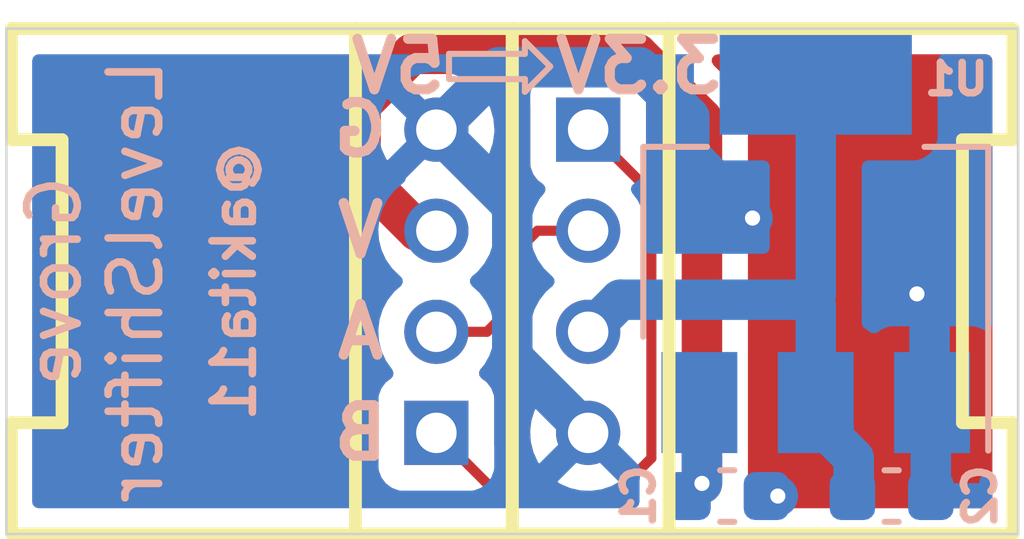
<source format=kicad_pcb>
(kicad_pcb (version 20211014) (generator pcbnew)
  (layers (0 "F.Cu" signal) (31 "B.Cu" signal) (34 "B.Paste" user) (35 "F.Paste" user) (36 "B.SilkS" user "B.Silkscreen") (37 "F.SilkS" user "F.Silkscreen") (38 "B.Mask" user) (39 "F.Mask" user) (44 "Edge.Cuts" user))
  (net 0 "")
  (net 1 "+5V")
  (net 2 "GND")
  (net 3 "+3V3")
  (net 4 "Net-(CN1-Pad1)")
  (net 5 "Net-(CN1-Pad2)")
  (footprint "akita:CON_GROVE_H" (layer "F.Cu") (at 11.5 5 -90)
    (fp_text reference "CN2" hide)
    (fp_text value "CON_GROVE")
    (fp_line (start -5 -8.4) (end -5 -1.6) (layer "F.SilkS") (width 0.254))
    (fp_line (start -5 -8.4) (end -2.8 -8.4) (layer "F.SilkS") (width 0.254))
    (fp_line (start -5 -1.6) (end 5 -1.6) (layer "F.SilkS") (width 0.254))
    (fp_line (start 2.8 -7.4) (end 2.8 -8.4) (layer "F.SilkS") (width 0.254))
    (fp_line (start 5 1.5) (end 5 -1.6) (layer "F.SilkS") (width 0.254))
    (fp_line (start -5 -1.6) (end -5 1.5) (layer "F.SilkS") (width 0.254))
    (fp_line (start -5 -1) (end -5 1) (layer "F.SilkS") (width 0.127))
    (fp_line (start 5 -1.6) (end 5 -8.4) (layer "F.SilkS") (width 0.254))
    (fp_line (start -2.8 -8.4) (end -2.8 -7.4) (layer "F.SilkS") (width 0.254))
    (fp_line (start -5 1.5) (end 5 1.5) (layer "F.SilkS") (width 0.254))
    (fp_line (start 2.8 -8.4) (end 5 -8.4) (layer "F.SilkS") (width 0.254))
    (fp_line (start -2.8 -7.4) (end 2.8 -7.4) (layer "F.SilkS") (width 0.254))
    (pad "1" thru_hole rect locked (at -3 0 270) (size 1.27 1.27) (drill 0.8) (layers *.Cu *.Mask) (net 4 "Net-(CN1-Pad1)"))
    (pad "2" thru_hole circle locked (at -1 0 270) (size 1.27 1.27) (drill 0.8) (layers *.Cu *.Mask) (net 5 "Net-(CN1-Pad2)"))
    (pad "3" thru_hole circle locked (at 1 0 270) (size 1.27 1.27) (drill 0.8) (layers *.Cu *.Mask) (net 3 "+3V3"))
    (pad "4" thru_hole circle locked (at 3 0 270) (size 1.27 1.27) (drill 0.8) (layers *.Cu *.Mask) (net 2 "GND"))
  )
  (footprint "akita:CON_GROVE_H" (layer "F.Cu") (at 8.5 5 90)
    (fp_text reference "CN1" hide)
    (fp_text value "CON_GROVE")
    (fp_line (start 2.8 -7.4) (end 2.8 -8.4) (layer "F.SilkS") (width 0.254))
    (fp_line (start -2.8 -8.4) (end -2.8 -7.4) (layer "F.SilkS") (width 0.254))
    (fp_line (start 5 1.5) (end 5 -1.6) (layer "F.SilkS") (width 0.254))
    (fp_line (start -5 -8.4) (end -5 -1.6) (layer "F.SilkS") (width 0.254))
    (fp_line (start -5 1.5) (end 5 1.5) (layer "F.SilkS") (width 0.254))
    (fp_line (start -5 -8.4) (end -2.8 -8.4) (layer "F.SilkS") (width 0.254))
    (fp_line (start 2.8 -8.4) (end 5 -8.4) (layer "F.SilkS") (width 0.254))
    (fp_line (start -5 -1) (end -5 1) (layer "F.SilkS") (width 0.127))
    (fp_line (start 5 -1.6) (end 5 -8.4) (layer "F.SilkS") (width 0.254))
    (fp_line (start -5 -1.6) (end 5 -1.6) (layer "F.SilkS") (width 0.254))
    (fp_line (start -5 -1.6) (end -5 1.5) (layer "F.SilkS") (width 0.254))
    (fp_line (start -2.8 -7.4) (end 2.8 -7.4) (layer "F.SilkS") (width 0.254))
    (pad "1" thru_hole rect locked (at -3 0 90) (size 1.27 1.27) (drill 0.8) (layers *.Cu *.Mask) (net 4 "Net-(CN1-Pad1)"))
    (pad "2" thru_hole circle locked (at -1 0 90) (size 1.27 1.27) (drill 0.8) (layers *.Cu *.Mask) (net 5 "Net-(CN1-Pad2)"))
    (pad "3" thru_hole circle locked (at 1 0 90) (size 1.27 1.27) (drill 0.8) (layers *.Cu *.Mask) (net 1 "+5V"))
    (pad "4" thru_hole circle locked (at 3 0 90) (size 1.27 1.27) (drill 0.8) (layers *.Cu *.Mask) (net 2 "GND"))
  )
  (footprint "Package_TO_SOT_SMD:SOT-223-3_TabPin2" (layer "B.Cu") (at 16 4.25 90)
    (fp_text reference "U1" (at 3.25 2.78 180) (layer "B.SilkS") (effects (font (size 0.6 0.6)) (justify mirror)))
    (fp_text value "LM1117-3.3")
    (fp_line (start -4.1 3.41) (end 1.91 3.41) (layer "B.SilkS") (width 0.12))
    (fp_line (start 1.91 3.41) (end 1.91 2.15) (layer "B.SilkS") (width 0.12))
    (fp_line (start -1.85 -3.41) (end 1.91 -3.41) (layer "B.SilkS") (width 0.12))
    (fp_line (start 1.91 -3.41) (end 1.91 -2.15) (layer "B.SilkS") (width 0.12))
    (pad "1" smd rect locked (at -3.15 2.3 90) (size 2 1.5) (layers "B.Cu" "B.Paste" "B.Mask") (net 2 "GND"))
    (pad "2" smd rect locked (at 3.15 0 90) (size 2 3.8) (layers "B.Cu" "B.Paste" "B.Mask") (net 3 "+3V3"))
    (pad "2" smd rect locked (at -3.15 0 90) (size 2 1.5) (layers "B.Cu" "B.Paste" "B.Mask") (net 3 "+3V3"))
    (pad "3" smd rect locked (at -3.15 -2.3 90) (size 2 1.5) (layers "B.Cu" "B.Paste" "B.Mask") (net 1 "+5V"))
  )
  (footprint "Capacitor_SMD:C_0603_1608Metric" (layer "B.Cu") (at 14.25 9.25)
    (fp_text reference "C1" (at -1.75 0 90) (layer "B.SilkS") (effects (font (size 0.6 0.6)) (justify mirror)))
    (fp_text value "0.1u")
    (fp_line (start -0.14058 0.51) (end 0.14058 0.51) (layer "B.SilkS") (width 0.12))
    (fp_line (start -0.14058 -0.51) (end 0.14058 -0.51) (layer "B.SilkS") (width 0.12))
    (pad "1" smd roundrect locked (at -0.775 0) (size 0.9 0.95) (layers "B.Cu" "B.Paste" "B.Mask") (net 1 "+5V"))
    (pad "2" smd roundrect locked (at 0.775 0) (size 0.9 0.95) (layers "B.Cu" "B.Paste" "B.Mask") (net 2 "GND"))
  )
  (footprint "Capacitor_SMD:C_0603_1608Metric" (layer "B.Cu") (at 17.5 9.25)
    (fp_text reference "C2" (at 1.75 0 90) (layer "B.SilkS") (effects (font (size 0.6 0.6)) (justify mirror)))
    (fp_text value "10u")
    (fp_line (start -0.14058 -0.51) (end 0.14058 -0.51) (layer "B.SilkS") (width 0.12))
    (fp_line (start -0.14058 0.51) (end 0.14058 0.51) (layer "B.SilkS") (width 0.12))
    (pad "1" smd roundrect locked (at -0.775 0) (size 0.9 0.95) (layers "B.Cu" "B.Paste" "B.Mask") (net 3 "+3V3"))
    (pad "2" smd roundrect locked (at 0.775 0) (size 0.9 0.95) (layers "B.Cu" "B.Paste" "B.Mask") (net 2 "GND"))
  )
  (gr_line (start 10.75 0.75) (end 10.25 1.25) (layer "B.SilkS") (width 0.12))
  (gr_line (start 8.75 1) (end 8.75 0.5) (layer "B.SilkS") (width 0.12))
  (gr_line (start 8.75 0.5) (end 10.25 0.5) (layer "B.SilkS") (width 0.12))
  (gr_line (start 10.25 0.25) (end 10.75 0.75) (layer "B.SilkS") (width 0.12))
  (gr_line (start 10.25 1.25) (end 10.25 1) (layer "B.SilkS") (width 0.12))
  (gr_line (start 10.25 1) (end 8.75 1) (layer "B.SilkS") (width 0.12))
  (gr_line (start 10.25 0.5) (end 10.25 0.25) (layer "B.SilkS") (width 0.12))
  (gr_line (start 0 10) (end 0 0) (layer "Edge.Cuts") (width 0.05))
  (gr_line (start 0 0) (end 20 0) (layer "Edge.Cuts") (width 0.05))
  (gr_line (start 20 0) (end 20 10) (layer "Edge.Cuts") (width 0.05))
  (gr_line (start 20 10) (end 0 10) (layer "Edge.Cuts") (width 0.05))
  (gr_text "B" (at 7 8) (layer "B.SilkS") (effects (font (size 1 1) (thickness 0.2)) (justify mirror)))
  (gr_text "G" (at 7 2) (layer "B.SilkS") (effects (font (size 1 1) (thickness 0.2)) (justify mirror)))
  (gr_text "3.3V" (at 12.5 0.75) (layer "B.SilkS") (effects (font (size 1 1) (thickness 0.2)) (justify mirror)))
  (gr_text "V" (at 7 4) (layer "B.SilkS") (effects (font (size 1 1) (thickness 0.2)) (justify mirror)))
  (gr_text "5V" (at 7.75 0.75) (layer "B.SilkS") (effects (font (size 1 1) (thickness 0.2)) (justify mirror)))
  (gr_text "A" (at 7 6) (layer "B.SilkS") (effects (font (size 1 1) (thickness 0.2)) (justify mirror)))
  (gr_text "Grove\nLevelShifter" (at 1.75 5 90) (layer "B.SilkS") (effects (font (size 1 1)) (justify mirror)))
  (gr_text "@akita11" (at 4.5 5 90) (layer "B.SilkS") (effects (font (size 0.8 0.8)) (justify mirror)))
  (segment (start 8.125 4) (end 7 2.875) (width 0.8) (layer "F.Cu") (net 1))
  (segment (start 8.5 4) (end 8.125 4) (width 0.8) (layer "F.Cu") (net 1))
  (segment (start 7 2.875) (end 7 1.515489) (width 0.8) (layer "F.Cu") (net 1))
  (segment (start 8.015489 0.5) (end 12.469022 0.5) (width 0.8) (layer "F.Cu") (net 1))
  (segment (start 7 1.515489) (end 8.015489 0.5) (width 0.8) (layer "F.Cu") (net 1))
  (segment (start 13.75 1.780978) (end 13.75 9) (width 0.8) (layer "F.Cu") (net 1))
  (segment (start 12.469022 0.5) (end 13.75 1.780978) (width 0.8) (layer "F.Cu") (net 1))
  (via (at 13.75 9) (size 0.6) (drill 0.3) (layers "F.Cu" "B.Cu") (net 1))
  (segment (start 13.75 9) (end 13.75 7.5) (width 0.8) (layer "B.Cu") (net 1))
  (segment (start 15.25 9.25) (end 15.25 4.25) (width 0.8) (layer "F.Cu") (net 2))
  (segment (start 16.5 3.75) (end 18 5.25) (width 0.8) (layer "F.Cu") (net 2))
  (segment (start 15.25 4.25) (end 14.75 3.75) (width 0.8) (layer "F.Cu") (net 2))
  (segment (start 14.75 3.75) (end 16.5 3.75) (width 0.8) (layer "F.Cu") (net 2))
  (via (at 15.25 9.25) (size 0.6) (drill 0.3) (layers "F.Cu" "B.Cu") (net 2))
  (via (at 14.75 3.75) (size 0.6) (drill 0.3) (layers "F.Cu" "B.Cu") (net 2))
  (via (at 18 5.25) (size 0.6) (drill 0.3) (layers "F.Cu" "B.Cu") (net 2))
  (segment (start 11.5 8) (end 10 6.5) (width 0.8) (layer "B.Cu") (net 2))
  (segment (start 8.5 2) (end 9.734511 0.765489) (width 0.8) (layer "B.Cu") (net 2))
  (segment (start 10 6.5) (end 10 3.5) (width 0.8) (layer "B.Cu") (net 2))
  (segment (start 13.5 1.75) (end 13.5 2.5) (width 0.8) (layer "B.Cu") (net 2))
  (segment (start 10 3.5) (end 8.5 2) (width 0.8) (layer "B.Cu") (net 2))
  (segment (start 13.5 2.5) (end 14.75 3.75) (width 0.8) (layer "B.Cu") (net 2))
  (segment (start 18.275 9.25) (end 18.275 7.275) (width 0.8) (layer "B.Cu") (net 2))
  (segment (start 18.275 7.275) (end 18.25 7.25) (width 0.8) (layer "B.Cu") (net 2))
  (segment (start 9.734511 0.765489) (end 12.515489 0.765489) (width 0.8) (layer "B.Cu") (net 2))
  (segment (start 18 5.25) (end 18.25 5.5) (width 0.8) (layer "B.Cu") (net 2))
  (segment (start 18.25 5.5) (end 18.25 7.5) (width 0.8) (layer "B.Cu") (net 2))
  (segment (start 12.515489 0.765489) (end 13.5 1.75) (width 0.8) (layer "B.Cu") (net 2))
  (segment (start 15.025 9.25) (end 15.25 9.25) (width 0.8) (layer "B.Cu") (net 2))
  (segment (start 12.135 5.365) (end 15.885 5.365) (width 0.8) (layer "B.Cu") (net 3))
  (segment (start 16 7.4) (end 16 5.48) (width 0.8) (layer "B.Cu") (net 3))
  (segment (start 16 5.48) (end 15.885 5.365) (width 0.8) (layer "B.Cu") (net 3))
  (segment (start 16 5.25) (end 16 1) (width 0.8) (layer "B.Cu") (net 3))
  (segment (start 16 7.75) (end 16.75 8.5) (width 0.8) (layer "B.Cu") (net 3))
  (segment (start 16.75 8.5) (end 16.75 9.25) (width 0.8) (layer "B.Cu") (net 3))
  (segment (start 15.885 5.365) (end 16 5.25) (width 0.8) (layer "B.Cu") (net 3))
  (segment (start 11.5 6) (end 12.135 5.365) (width 0.8) (layer "B.Cu") (net 3))
  (segment (start 16 7.4) (end 16 7.75) (width 0.8) (layer "B.Cu") (net 3))
  (segment (start 12.75 3.25) (end 12.75 8.5) (width 0.2) (layer "F.Cu") (net 4))
  (segment (start 9.75 9.25) (end 8.5 8) (width 0.2) (layer "F.Cu") (net 4))
  (segment (start 12 9.25) (end 9.75 9.25) (width 0.2) (layer "F.Cu") (net 4))
  (segment (start 12.75 8.5) (end 12 9.25) (width 0.2) (layer "F.Cu") (net 4))
  (segment (start 11.5 2) (end 12.75 3.25) (width 0.2) (layer "F.Cu") (net 4))
  (segment (start 9.5 6) (end 10 5.5) (width 0.2) (layer "F.Cu") (net 5))
  (segment (start 11.5 4) (end 10.5 4) (width 0.2) (layer "F.Cu") (net 5))
  (segment (start 10.5 4) (end 10 4.5) (width 0.2) (layer "F.Cu") (net 5))
  (segment (start 8.5 6) (end 9.5 6) (width 0.2) (layer "F.Cu") (net 5))
  (segment (start 10 4.5) (end 10 5.5) (width 0.2) (layer "F.Cu") (net 5))
  (zone (net 2) (net_name "GND") (layers F&B.Cu) (connect_pads (clearance 0.508)) (min_thickness 0.254) (fill yes (thermal_gap 0.508) (thermal_bridge_width 0.508))
    (polygon (pts (xy 20 10) (xy 0 10) (xy 0 0) (xy 20 0)))
  )
)
</source>
